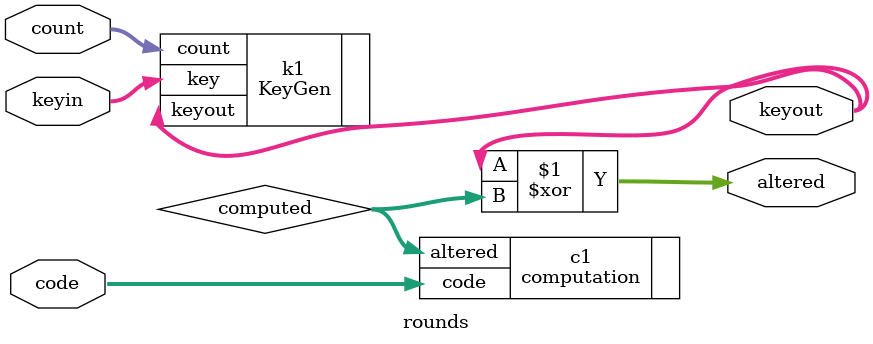
<source format=v>
module rounds(
	output[15:0] altered,
	input [15:0] code,
	input [3:0] count,
	input [15:0] keyin,
	output [15:0] keyout);
	wire [15:0]computed;
	
	KeyGen k1(.count(count),.key(keyin),.keyout(keyout));
	computation c1(.code(code),.altered(computed));	

	assign altered= keyout^computed;
	
endmodule

</source>
